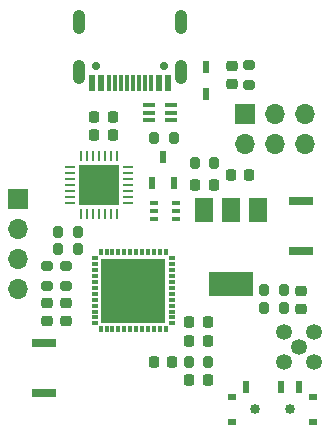
<source format=gbr>
%TF.GenerationSoftware,KiCad,Pcbnew,(6.0.1)*%
%TF.CreationDate,2022-03-08T02:05:38-07:00*%
%TF.ProjectId,ESP32-PICO-D4-BreakoutBoard,45535033-322d-4504-9943-4f2d44342d42,rev?*%
%TF.SameCoordinates,Original*%
%TF.FileFunction,Soldermask,Top*%
%TF.FilePolarity,Negative*%
%FSLAX46Y46*%
G04 Gerber Fmt 4.6, Leading zero omitted, Abs format (unit mm)*
G04 Created by KiCad (PCBNEW (6.0.1)) date 2022-03-08 02:05:38*
%MOMM*%
%LPD*%
G01*
G04 APERTURE LIST*
G04 Aperture macros list*
%AMRoundRect*
0 Rectangle with rounded corners*
0 $1 Rounding radius*
0 $2 $3 $4 $5 $6 $7 $8 $9 X,Y pos of 4 corners*
0 Add a 4 corners polygon primitive as box body*
4,1,4,$2,$3,$4,$5,$6,$7,$8,$9,$2,$3,0*
0 Add four circle primitives for the rounded corners*
1,1,$1+$1,$2,$3*
1,1,$1+$1,$4,$5*
1,1,$1+$1,$6,$7*
1,1,$1+$1,$8,$9*
0 Add four rect primitives between the rounded corners*
20,1,$1+$1,$2,$3,$4,$5,0*
20,1,$1+$1,$4,$5,$6,$7,0*
20,1,$1+$1,$6,$7,$8,$9,0*
20,1,$1+$1,$8,$9,$2,$3,0*%
G04 Aperture macros list end*
%ADD10R,0.500000X1.075000*%
%ADD11RoundRect,0.014000X-0.211000X-0.161000X0.211000X-0.161000X0.211000X0.161000X-0.211000X0.161000X0*%
%ADD12RoundRect,0.014000X0.161000X-0.211000X0.161000X0.211000X-0.161000X0.211000X-0.161000X-0.211000X0*%
%ADD13RoundRect,0.014000X0.211000X0.161000X-0.211000X0.161000X-0.211000X-0.161000X0.211000X-0.161000X0*%
%ADD14RoundRect,0.014000X-0.161000X0.211000X-0.161000X-0.211000X0.161000X-0.211000X0.161000X0.211000X0*%
%ADD15R,5.400000X5.400000*%
%ADD16R,1.000000X0.450000*%
%ADD17RoundRect,0.200000X0.200000X0.275000X-0.200000X0.275000X-0.200000X-0.275000X0.200000X-0.275000X0*%
%ADD18RoundRect,0.225000X-0.225000X-0.250000X0.225000X-0.250000X0.225000X0.250000X-0.225000X0.250000X0*%
%ADD19RoundRect,0.200000X0.275000X-0.200000X0.275000X0.200000X-0.275000X0.200000X-0.275000X-0.200000X0*%
%ADD20RoundRect,0.225000X-0.250000X0.225000X-0.250000X-0.225000X0.250000X-0.225000X0.250000X0.225000X0*%
%ADD21R,0.600000X1.100000*%
%ADD22RoundRect,0.218750X0.256250X-0.218750X0.256250X0.218750X-0.256250X0.218750X-0.256250X-0.218750X0*%
%ADD23R,2.000000X0.800000*%
%ADD24C,1.348000*%
%ADD25R,0.650000X0.400000*%
%ADD26RoundRect,0.200000X-0.200000X-0.275000X0.200000X-0.275000X0.200000X0.275000X-0.200000X0.275000X0*%
%ADD27RoundRect,0.225000X0.225000X0.250000X-0.225000X0.250000X-0.225000X-0.250000X0.225000X-0.250000X0*%
%ADD28R,1.700000X1.700000*%
%ADD29O,1.700000X1.700000*%
%ADD30RoundRect,0.062500X0.337500X0.062500X-0.337500X0.062500X-0.337500X-0.062500X0.337500X-0.062500X0*%
%ADD31RoundRect,0.062500X0.062500X0.337500X-0.062500X0.337500X-0.062500X-0.337500X0.062500X-0.337500X0*%
%ADD32R,3.350000X3.350000*%
%ADD33C,0.850000*%
%ADD34R,0.500000X1.000000*%
%ADD35R,0.800000X0.500000*%
%ADD36R,1.500000X2.000000*%
%ADD37R,3.800000X2.000000*%
%ADD38C,0.700000*%
%ADD39R,0.600000X1.450000*%
%ADD40R,0.300000X1.450000*%
%ADD41O,1.050000X2.100000*%
%ADD42RoundRect,0.200000X-0.275000X0.200000X-0.275000X-0.200000X0.275000X-0.200000X0.275000X0.200000X0*%
G04 APERTURE END LIST*
D10*
%TO.C,D1*%
X131900000Y-95562000D03*
X131900000Y-93238000D03*
%TD*%
D11*
%TO.C,IC1*%
X129027500Y-114975000D03*
X129027500Y-114475000D03*
X129027500Y-113975000D03*
X129027500Y-113475000D03*
X129027500Y-112975000D03*
X129027500Y-112475000D03*
X129027500Y-111975000D03*
X129027500Y-111475000D03*
X129027500Y-110975000D03*
X129027500Y-110475000D03*
X129027500Y-109975000D03*
X129027500Y-109475000D03*
D12*
X128512500Y-108960000D03*
X128012500Y-108960000D03*
X127512500Y-108960000D03*
X127012500Y-108960000D03*
X126512500Y-108960000D03*
X126012500Y-108960000D03*
X125512500Y-108960000D03*
X125012500Y-108960000D03*
X124512500Y-108960000D03*
X124012500Y-108960000D03*
X123512500Y-108960000D03*
X123012500Y-108960000D03*
D13*
X122497500Y-109475000D03*
X122497500Y-109975000D03*
X122497500Y-110475000D03*
X122497500Y-110975000D03*
X122497500Y-111475000D03*
X122497500Y-111975000D03*
X122497500Y-112475000D03*
X122497500Y-112975000D03*
X122497500Y-113475000D03*
X122497500Y-113975000D03*
X122497500Y-114475000D03*
X122497500Y-114975000D03*
D14*
X123012500Y-115490000D03*
X123512500Y-115490000D03*
X124012500Y-115490000D03*
X124512500Y-115490000D03*
X125012500Y-115490000D03*
X125512500Y-115490000D03*
X126012500Y-115490000D03*
X126512500Y-115490000D03*
X127012500Y-115490000D03*
X127512500Y-115490000D03*
X128012500Y-115490000D03*
X128512500Y-115490000D03*
D15*
X125762500Y-112225000D03*
%TD*%
D16*
%TO.C,Q1*%
X127110000Y-96475000D03*
X127110000Y-97125000D03*
X127110000Y-97775000D03*
X129010000Y-97775000D03*
X129010000Y-97125000D03*
X129010000Y-96475000D03*
%TD*%
D17*
%TO.C,R2*%
X138534022Y-112125000D03*
X136884022Y-112125000D03*
%TD*%
D18*
%TO.C,C3*%
X127510000Y-118250000D03*
X129060000Y-118250000D03*
%TD*%
D19*
%TO.C,R8*%
X120050000Y-111775000D03*
X120050000Y-110125000D03*
%TD*%
D20*
%TO.C,C2*%
X140000000Y-112225000D03*
X140000000Y-113775000D03*
%TD*%
D21*
%TO.C,Q3*%
X127360000Y-103100000D03*
X129260000Y-103100000D03*
X128310000Y-100900000D03*
%TD*%
D22*
%TO.C,D4*%
X118500000Y-114787500D03*
X118500000Y-113212500D03*
%TD*%
D23*
%TO.C,SW2*%
X140000000Y-108850000D03*
X140000000Y-104650000D03*
%TD*%
D24*
%TO.C,AE2*%
X139847500Y-117000000D03*
X138577500Y-118270000D03*
X138577500Y-115730000D03*
X141117500Y-115730000D03*
X141117500Y-118270000D03*
%TD*%
D17*
%TO.C,R1*%
X138534022Y-113675000D03*
X136884022Y-113675000D03*
%TD*%
D25*
%TO.C,Q2*%
X127510000Y-104800000D03*
X127510000Y-105450000D03*
X127510000Y-106100000D03*
X129410000Y-106100000D03*
X129410000Y-105450000D03*
X129410000Y-104800000D03*
%TD*%
D18*
%TO.C,C9*%
X122485000Y-99000000D03*
X124035000Y-99000000D03*
%TD*%
D26*
%TO.C,R5*%
X130985000Y-101425000D03*
X132635000Y-101425000D03*
%TD*%
D27*
%TO.C,C5*%
X132085000Y-114875000D03*
X130535000Y-114875000D03*
%TD*%
D28*
%TO.C,J1*%
X116009022Y-104450000D03*
D29*
X116009022Y-106990000D03*
X116009022Y-109530000D03*
X116009022Y-112070000D03*
%TD*%
D26*
%TO.C,R4*%
X119425000Y-108650000D03*
X121075000Y-108650000D03*
%TD*%
D30*
%TO.C,U2*%
X125325000Y-104775000D03*
X125325000Y-104275000D03*
X125325000Y-103775000D03*
X125325000Y-103275000D03*
X125325000Y-102775000D03*
X125325000Y-102275000D03*
X125325000Y-101775000D03*
D31*
X124375000Y-100825000D03*
X123875000Y-100825000D03*
X123375000Y-100825000D03*
X122875000Y-100825000D03*
X122375000Y-100825000D03*
X121875000Y-100825000D03*
X121375000Y-100825000D03*
D30*
X120425000Y-101775000D03*
X120425000Y-102275000D03*
X120425000Y-102775000D03*
X120425000Y-103275000D03*
X120425000Y-103775000D03*
X120425000Y-104275000D03*
X120425000Y-104775000D03*
D31*
X121375000Y-105725000D03*
X121875000Y-105725000D03*
X122375000Y-105725000D03*
X122875000Y-105725000D03*
X123375000Y-105725000D03*
X123875000Y-105725000D03*
X124375000Y-105725000D03*
D32*
X122875000Y-103275000D03*
%TD*%
D27*
%TO.C,C6*%
X132085000Y-116500000D03*
X130535000Y-116500000D03*
%TD*%
D23*
%TO.C,SW1*%
X118250000Y-116650000D03*
X118250000Y-120850000D03*
%TD*%
D18*
%TO.C,C7*%
X134059022Y-102425000D03*
X135609022Y-102425000D03*
%TD*%
D22*
%TO.C,D3*%
X120050000Y-114787500D03*
X120050000Y-113212500D03*
%TD*%
D26*
%TO.C,R6*%
X119425000Y-107200000D03*
X121075000Y-107200000D03*
%TD*%
D33*
%TO.C,SW3*%
X136060000Y-122250000D03*
X139060000Y-122250000D03*
D34*
X135310000Y-120400000D03*
X138310000Y-120400000D03*
X139810000Y-120400000D03*
D35*
X141010000Y-121200000D03*
X141010000Y-123300000D03*
X134110000Y-123300000D03*
X134110000Y-121200000D03*
%TD*%
D18*
%TO.C,C8*%
X122475000Y-97500000D03*
X124025000Y-97500000D03*
%TD*%
D19*
%TO.C,R7*%
X135600000Y-94775000D03*
X135600000Y-93125000D03*
%TD*%
D17*
%TO.C,R3*%
X129185000Y-99275000D03*
X127535000Y-99275000D03*
%TD*%
%TO.C,FB1*%
X132135000Y-118250000D03*
X130485000Y-118250000D03*
%TD*%
D22*
%TO.C,D2*%
X134150000Y-94737500D03*
X134150000Y-93162500D03*
%TD*%
D28*
%TO.C,J2*%
X135234022Y-97285000D03*
D29*
X135234022Y-99825000D03*
X137774022Y-97285000D03*
X137774022Y-99825000D03*
X140314022Y-97285000D03*
X140314022Y-99825000D03*
%TD*%
D36*
%TO.C,U1*%
X136360000Y-105350000D03*
X134060000Y-105350000D03*
D37*
X134060000Y-111650000D03*
D36*
X131760000Y-105350000D03*
%TD*%
D38*
%TO.C,USB1*%
X128390000Y-93150000D03*
X122610000Y-93150000D03*
D39*
X128750000Y-94595000D03*
X127950000Y-94595000D03*
D40*
X126750000Y-94595000D03*
X125750000Y-94595000D03*
X125250000Y-94595000D03*
X124250000Y-94595000D03*
D39*
X122250000Y-94595000D03*
X123050000Y-94595000D03*
D40*
X123750000Y-94595000D03*
X124750000Y-94595000D03*
X126250000Y-94595000D03*
X127250000Y-94595000D03*
D41*
X129820000Y-93680000D03*
X121180000Y-93680000D03*
X129820000Y-89500000D03*
X121180000Y-89500000D03*
%TD*%
D42*
%TO.C,R9*%
X118500000Y-110125000D03*
X118500000Y-111775000D03*
%TD*%
D27*
%TO.C,C4*%
X132585000Y-103250000D03*
X131035000Y-103250000D03*
%TD*%
D18*
%TO.C,C1*%
X130535000Y-119775000D03*
X132085000Y-119775000D03*
%TD*%
M02*

</source>
